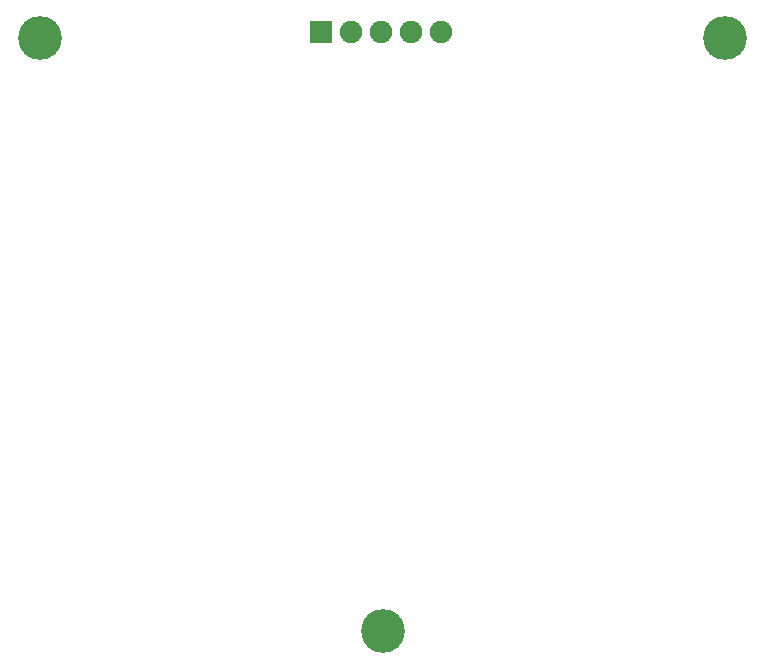
<source format=gbs>
G04 (created by PCBNEW-RS274X (2011-nov-30)-testing) date Fri 27 Jul 2012 07:09:39 PM EDT*
%MOIN*%
G04 Gerber Fmt 3.4, Leading zero omitted, Abs format*
%FSLAX34Y34*%
G01*
G70*
G90*
G04 APERTURE LIST*
%ADD10C,0.006*%
%ADD11R,0.075X0.075*%
%ADD12C,0.075*%
%ADD13C,0.146*%
G04 APERTURE END LIST*
G54D10*
G54D11*
X56398Y-31811D03*
G54D12*
X57398Y-31811D03*
X58398Y-31811D03*
X59398Y-31811D03*
X60398Y-31811D03*
G54D13*
X58465Y-51771D03*
X69887Y-31988D03*
X47043Y-31988D03*
M02*

</source>
